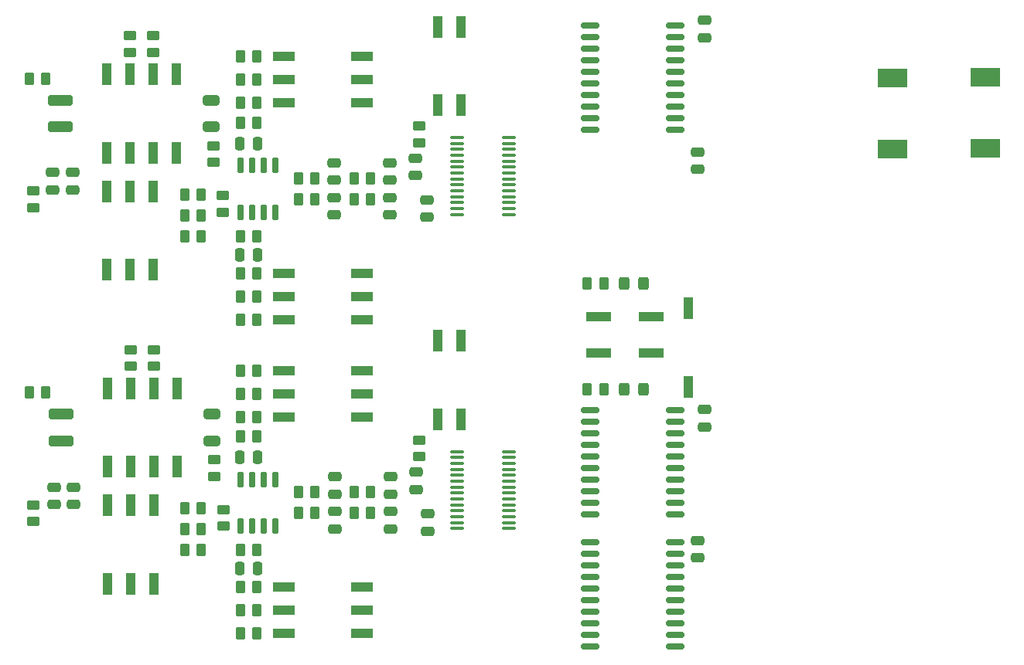
<source format=gbr>
%TF.GenerationSoftware,KiCad,Pcbnew,8.0.2*%
%TF.CreationDate,2025-02-05T07:33:41+00:00*%
%TF.ProjectId,misrc,6d697372-632e-46b6-9963-61645f706362,0.3*%
%TF.SameCoordinates,Original*%
%TF.FileFunction,Paste,Top*%
%TF.FilePolarity,Positive*%
%FSLAX46Y46*%
G04 Gerber Fmt 4.6, Leading zero omitted, Abs format (unit mm)*
G04 Created by KiCad (PCBNEW 8.0.2) date 2025-02-05 07:33:41*
%MOMM*%
%LPD*%
G01*
G04 APERTURE LIST*
G04 Aperture macros list*
%AMRoundRect*
0 Rectangle with rounded corners*
0 $1 Rounding radius*
0 $2 $3 $4 $5 $6 $7 $8 $9 X,Y pos of 4 corners*
0 Add a 4 corners polygon primitive as box body*
4,1,4,$2,$3,$4,$5,$6,$7,$8,$9,$2,$3,0*
0 Add four circle primitives for the rounded corners*
1,1,$1+$1,$2,$3*
1,1,$1+$1,$4,$5*
1,1,$1+$1,$6,$7*
1,1,$1+$1,$8,$9*
0 Add four rect primitives between the rounded corners*
20,1,$1+$1,$2,$3,$4,$5,0*
20,1,$1+$1,$4,$5,$6,$7,0*
20,1,$1+$1,$6,$7,$8,$9,0*
20,1,$1+$1,$8,$9,$2,$3,0*%
G04 Aperture macros list end*
%ADD10R,2.440000X1.120000*%
%ADD11RoundRect,0.250000X-0.475000X0.250000X-0.475000X-0.250000X0.475000X-0.250000X0.475000X0.250000X0*%
%ADD12RoundRect,0.250000X-0.262500X-0.450000X0.262500X-0.450000X0.262500X0.450000X-0.262500X0.450000X0*%
%ADD13RoundRect,0.250000X-0.325000X-0.450000X0.325000X-0.450000X0.325000X0.450000X-0.325000X0.450000X0*%
%ADD14RoundRect,0.250000X1.100000X-0.325000X1.100000X0.325000X-1.100000X0.325000X-1.100000X-0.325000X0*%
%ADD15RoundRect,0.250000X-0.450000X0.262500X-0.450000X-0.262500X0.450000X-0.262500X0.450000X0.262500X0*%
%ADD16RoundRect,0.250000X0.450000X-0.262500X0.450000X0.262500X-0.450000X0.262500X-0.450000X-0.262500X0*%
%ADD17RoundRect,0.250000X0.262500X0.450000X-0.262500X0.450000X-0.262500X-0.450000X0.262500X-0.450000X0*%
%ADD18RoundRect,0.100000X-0.637500X-0.100000X0.637500X-0.100000X0.637500X0.100000X-0.637500X0.100000X0*%
%ADD19RoundRect,0.250000X-0.250000X-0.475000X0.250000X-0.475000X0.250000X0.475000X-0.250000X0.475000X0*%
%ADD20RoundRect,0.150000X-0.875000X-0.150000X0.875000X-0.150000X0.875000X0.150000X-0.875000X0.150000X0*%
%ADD21R,3.200000X2.000000*%
%ADD22R,1.120000X2.440000*%
%ADD23RoundRect,0.250000X0.475000X-0.250000X0.475000X0.250000X-0.475000X0.250000X-0.475000X-0.250000X0*%
%ADD24R,2.750000X1.000000*%
%ADD25RoundRect,0.250000X-0.650000X0.325000X-0.650000X-0.325000X0.650000X-0.325000X0.650000X0.325000X0*%
%ADD26RoundRect,0.150000X0.150000X-0.725000X0.150000X0.725000X-0.150000X0.725000X-0.150000X-0.725000X0*%
G04 APERTURE END LIST*
D10*
%TO.C,SW204*%
X105664000Y-93599000D03*
X105664000Y-96139000D03*
X105664000Y-98679000D03*
X114274000Y-98679000D03*
X114274000Y-96139000D03*
X114274000Y-93599000D03*
%TD*%
D11*
%TO.C,C119*%
X117348000Y-119700000D03*
X117348000Y-121600000D03*
%TD*%
D12*
%TO.C,R120*%
X107291500Y-119888000D03*
X109116500Y-119888000D03*
%TD*%
D11*
%TO.C,C108*%
X111252000Y-115890000D03*
X111252000Y-117790000D03*
%TD*%
D12*
%TO.C,R211*%
X100928500Y-69850000D03*
X102753500Y-69850000D03*
%TD*%
%TO.C,R213*%
X100928500Y-74930000D03*
X102753500Y-74930000D03*
%TD*%
%TO.C,R101*%
X77827500Y-106680000D03*
X79652500Y-106680000D03*
%TD*%
D10*
%TO.C,SW103*%
X105677000Y-104267000D03*
X105677000Y-106807000D03*
X105677000Y-109347000D03*
X114287000Y-109347000D03*
X114287000Y-106807000D03*
X114287000Y-104267000D03*
%TD*%
D13*
%TO.C,D2*%
X142984000Y-94742000D03*
X145034000Y-94742000D03*
%TD*%
D12*
%TO.C,R116*%
X100941500Y-128016000D03*
X102766500Y-128016000D03*
%TD*%
D14*
%TO.C,C101*%
X81280000Y-111965000D03*
X81280000Y-109015000D03*
%TD*%
D15*
%TO.C,R209*%
X98031000Y-79605500D03*
X98031000Y-81430500D03*
%TD*%
D16*
%TO.C,R203*%
X91427000Y-69365500D03*
X91427000Y-67540500D03*
%TD*%
D17*
%TO.C,R208*%
X96657500Y-84963000D03*
X94832500Y-84963000D03*
%TD*%
%TO.C,R206*%
X96657500Y-87249000D03*
X94832500Y-87249000D03*
%TD*%
D15*
%TO.C,R110*%
X99060000Y-119483500D03*
X99060000Y-121308500D03*
%TD*%
D18*
%TO.C,U102*%
X124645500Y-113123000D03*
X124645500Y-113773000D03*
X124645500Y-114423000D03*
X124645500Y-115073000D03*
X124645500Y-115723000D03*
X124645500Y-116373000D03*
X124645500Y-117023000D03*
X124645500Y-117673000D03*
X124645500Y-118323000D03*
X124645500Y-118973000D03*
X124645500Y-119623000D03*
X124645500Y-120273000D03*
X124645500Y-120923000D03*
X124645500Y-121573000D03*
X130370500Y-121573000D03*
X130370500Y-120923000D03*
X130370500Y-120273000D03*
X130370500Y-119623000D03*
X130370500Y-118973000D03*
X130370500Y-118323000D03*
X130370500Y-117673000D03*
X130370500Y-117023000D03*
X130370500Y-116373000D03*
X130370500Y-115723000D03*
X130370500Y-115073000D03*
X130370500Y-114423000D03*
X130370500Y-113773000D03*
X130370500Y-113123000D03*
%TD*%
D15*
%TO.C,R210*%
X99047000Y-85066500D03*
X99047000Y-86891500D03*
%TD*%
D19*
%TO.C,C106*%
X100904000Y-113792000D03*
X102804000Y-113792000D03*
%TD*%
D20*
%TO.C,U5*%
X139241000Y-66421000D03*
X139241000Y-67691000D03*
X139241000Y-68961000D03*
X139241000Y-70231000D03*
X139241000Y-71501000D03*
X139241000Y-72771000D03*
X139241000Y-74041000D03*
X139241000Y-75311000D03*
X139241000Y-76581000D03*
X139241000Y-77851000D03*
X148541000Y-77851000D03*
X148541000Y-76581000D03*
X148541000Y-75311000D03*
X148541000Y-74041000D03*
X148541000Y-72771000D03*
X148541000Y-71501000D03*
X148541000Y-70231000D03*
X148541000Y-68961000D03*
X148541000Y-67691000D03*
X148541000Y-66421000D03*
%TD*%
D11*
%TO.C,C225*%
X120129000Y-80965000D03*
X120129000Y-82865000D03*
%TD*%
D19*
%TO.C,C206*%
X100891000Y-79375000D03*
X102791000Y-79375000D03*
%TD*%
D12*
%TO.C,R215*%
X100928500Y-89535000D03*
X102753500Y-89535000D03*
%TD*%
D10*
%TO.C,SW203*%
X105677000Y-69850000D03*
X105677000Y-72390000D03*
X105677000Y-74930000D03*
X114287000Y-74930000D03*
X114287000Y-72390000D03*
X114287000Y-69850000D03*
%TD*%
D12*
%TO.C,R122*%
X113387500Y-119888000D03*
X115212500Y-119888000D03*
%TD*%
D21*
%TO.C,L1*%
X172339000Y-72173000D03*
X172339000Y-79973000D03*
%TD*%
D17*
%TO.C,R108*%
X96670500Y-119380000D03*
X94845500Y-119380000D03*
%TD*%
%TO.C,R2*%
X140739500Y-106299000D03*
X138914500Y-106299000D03*
%TD*%
%TO.C,R106*%
X96670500Y-121666000D03*
X94845500Y-121666000D03*
%TD*%
D11*
%TO.C,C208*%
X111239000Y-81473000D03*
X111239000Y-83373000D03*
%TD*%
D20*
%TO.C,U2*%
X139241000Y-123063000D03*
X139241000Y-124333000D03*
X139241000Y-125603000D03*
X139241000Y-126873000D03*
X139241000Y-128143000D03*
X139241000Y-129413000D03*
X139241000Y-130683000D03*
X139241000Y-131953000D03*
X139241000Y-133223000D03*
X139241000Y-134493000D03*
X148541000Y-134493000D03*
X148541000Y-133223000D03*
X148541000Y-131953000D03*
X148541000Y-130683000D03*
X148541000Y-129413000D03*
X148541000Y-128143000D03*
X148541000Y-126873000D03*
X148541000Y-125603000D03*
X148541000Y-124333000D03*
X148541000Y-123063000D03*
%TD*%
D12*
%TO.C,R216*%
X100928500Y-93599000D03*
X102753500Y-93599000D03*
%TD*%
D22*
%TO.C,SW201*%
X86347000Y-80378000D03*
X88887000Y-80378000D03*
X91427000Y-80378000D03*
X93967000Y-80378000D03*
X93967000Y-71768000D03*
X91427000Y-71768000D03*
X88887000Y-71768000D03*
X86347000Y-71768000D03*
%TD*%
D16*
%TO.C,R223*%
X120510000Y-79271500D03*
X120510000Y-77446500D03*
%TD*%
D13*
%TO.C,D1*%
X142984000Y-106299000D03*
X145034000Y-106299000D03*
%TD*%
D21*
%TO.C,L2*%
X182499000Y-72083000D03*
X182499000Y-79883000D03*
%TD*%
D16*
%TO.C,R102*%
X88900000Y-103782500D03*
X88900000Y-101957500D03*
%TD*%
D14*
%TO.C,C201*%
X81267000Y-77548000D03*
X81267000Y-74598000D03*
%TD*%
D12*
%TO.C,R115*%
X100941500Y-123952000D03*
X102766500Y-123952000D03*
%TD*%
%TO.C,R111*%
X100941500Y-104267000D03*
X102766500Y-104267000D03*
%TD*%
D22*
%TO.C,SW105*%
X125095000Y-100978000D03*
X122555000Y-100978000D03*
X122555000Y-109588000D03*
X125095000Y-109588000D03*
%TD*%
D23*
%TO.C,C224*%
X121399000Y-87437000D03*
X121399000Y-85537000D03*
%TD*%
D12*
%TO.C,R220*%
X107278500Y-85471000D03*
X109103500Y-85471000D03*
%TD*%
D11*
%TO.C,C109*%
X111252000Y-119700000D03*
X111252000Y-121600000D03*
%TD*%
%TO.C,C125*%
X120142000Y-115382000D03*
X120142000Y-117282000D03*
%TD*%
%TO.C,C209*%
X111239000Y-85283000D03*
X111239000Y-87183000D03*
%TD*%
D12*
%TO.C,R212*%
X100928500Y-72390000D03*
X102753500Y-72390000D03*
%TD*%
%TO.C,R113*%
X100941500Y-109347000D03*
X102766500Y-109347000D03*
%TD*%
D17*
%TO.C,R207*%
X96657500Y-89535000D03*
X94832500Y-89535000D03*
%TD*%
D12*
%TO.C,R222*%
X113374500Y-85471000D03*
X115199500Y-85471000D03*
%TD*%
D20*
%TO.C,U3*%
X139241000Y-108585000D03*
X139241000Y-109855000D03*
X139241000Y-111125000D03*
X139241000Y-112395000D03*
X139241000Y-113665000D03*
X139241000Y-114935000D03*
X139241000Y-116205000D03*
X139241000Y-117475000D03*
X139241000Y-118745000D03*
X139241000Y-120015000D03*
X148541000Y-120015000D03*
X148541000Y-118745000D03*
X148541000Y-117475000D03*
X148541000Y-116205000D03*
X148541000Y-114935000D03*
X148541000Y-113665000D03*
X148541000Y-112395000D03*
X148541000Y-111125000D03*
X148541000Y-109855000D03*
X148541000Y-108585000D03*
%TD*%
D23*
%TO.C,C128*%
X82677000Y-118933000D03*
X82677000Y-117033000D03*
%TD*%
D19*
%TO.C,C107*%
X100904000Y-125984000D03*
X102804000Y-125984000D03*
%TD*%
D17*
%TO.C,R107*%
X96670500Y-123952000D03*
X94845500Y-123952000D03*
%TD*%
D12*
%TO.C,R218*%
X100928500Y-98679000D03*
X102753500Y-98679000D03*
%TD*%
%TO.C,R119*%
X107291500Y-117602000D03*
X109116500Y-117602000D03*
%TD*%
%TO.C,R219*%
X107278500Y-83185000D03*
X109103500Y-83185000D03*
%TD*%
D22*
%TO.C,SW2*%
X149987000Y-106019000D03*
X149987000Y-97409000D03*
%TD*%
D24*
%TO.C,SW1*%
X145882000Y-102330000D03*
X140122000Y-102330000D03*
X145882000Y-98330000D03*
X140122000Y-98330000D03*
%TD*%
D11*
%TO.C,C2*%
X151003000Y-80269000D03*
X151003000Y-82169000D03*
%TD*%
D25*
%TO.C,C105*%
X97790000Y-109015000D03*
X97790000Y-111965000D03*
%TD*%
D23*
%TO.C,C228*%
X82550000Y-84450000D03*
X82550000Y-82550000D03*
%TD*%
D12*
%TO.C,R201*%
X77814500Y-72263000D03*
X79639500Y-72263000D03*
%TD*%
%TO.C,R217*%
X100928500Y-96139000D03*
X102753500Y-96139000D03*
%TD*%
D11*
%TO.C,C118*%
X117348000Y-115890000D03*
X117348000Y-117790000D03*
%TD*%
%TO.C,C4*%
X151003000Y-122875000D03*
X151003000Y-124775000D03*
%TD*%
D12*
%TO.C,R118*%
X100941500Y-133096000D03*
X102766500Y-133096000D03*
%TD*%
%TO.C,R221*%
X113374500Y-83185000D03*
X115199500Y-83185000D03*
%TD*%
D15*
%TO.C,R228*%
X78232000Y-84558500D03*
X78232000Y-86383500D03*
%TD*%
D22*
%TO.C,SW101*%
X86360000Y-114795000D03*
X88900000Y-114795000D03*
X91440000Y-114795000D03*
X93980000Y-114795000D03*
X93980000Y-106185000D03*
X91440000Y-106185000D03*
X88900000Y-106185000D03*
X86360000Y-106185000D03*
%TD*%
D15*
%TO.C,R109*%
X98044000Y-114022500D03*
X98044000Y-115847500D03*
%TD*%
D23*
%TO.C,C227*%
X80391000Y-84450000D03*
X80391000Y-82550000D03*
%TD*%
D22*
%TO.C,SW202*%
X91427000Y-84608000D03*
X88887000Y-84608000D03*
X86347000Y-84608000D03*
X86347000Y-93218000D03*
X88887000Y-93218000D03*
X91427000Y-93218000D03*
%TD*%
D12*
%TO.C,R112*%
X100941500Y-106807000D03*
X102766500Y-106807000D03*
%TD*%
D16*
%TO.C,R103*%
X91440000Y-103782500D03*
X91440000Y-101957500D03*
%TD*%
D26*
%TO.C,U201*%
X100965000Y-86903000D03*
X102235000Y-86903000D03*
X103505000Y-86903000D03*
X104775000Y-86903000D03*
X104775000Y-81753000D03*
X103505000Y-81753000D03*
X102235000Y-81753000D03*
X100965000Y-81753000D03*
%TD*%
D11*
%TO.C,C219*%
X117335000Y-85283000D03*
X117335000Y-87183000D03*
%TD*%
D18*
%TO.C,U202*%
X124632500Y-78706000D03*
X124632500Y-79356000D03*
X124632500Y-80006000D03*
X124632500Y-80656000D03*
X124632500Y-81306000D03*
X124632500Y-81956000D03*
X124632500Y-82606000D03*
X124632500Y-83256000D03*
X124632500Y-83906000D03*
X124632500Y-84556000D03*
X124632500Y-85206000D03*
X124632500Y-85856000D03*
X124632500Y-86506000D03*
X124632500Y-87156000D03*
X130357500Y-87156000D03*
X130357500Y-86506000D03*
X130357500Y-85856000D03*
X130357500Y-85206000D03*
X130357500Y-84556000D03*
X130357500Y-83906000D03*
X130357500Y-83256000D03*
X130357500Y-82606000D03*
X130357500Y-81956000D03*
X130357500Y-81306000D03*
X130357500Y-80656000D03*
X130357500Y-80006000D03*
X130357500Y-79356000D03*
X130357500Y-78706000D03*
%TD*%
D16*
%TO.C,R202*%
X88887000Y-69365500D03*
X88887000Y-67540500D03*
%TD*%
D12*
%TO.C,R121*%
X113387500Y-117602000D03*
X115212500Y-117602000D03*
%TD*%
%TO.C,R214*%
X100928500Y-77089000D03*
X102753500Y-77089000D03*
%TD*%
D22*
%TO.C,SW205*%
X125082000Y-66561000D03*
X122542000Y-66561000D03*
X122542000Y-75171000D03*
X125082000Y-75171000D03*
%TD*%
D11*
%TO.C,C3*%
X151765000Y-108524000D03*
X151765000Y-110424000D03*
%TD*%
D26*
%TO.C,U101*%
X100965000Y-121320000D03*
X102235000Y-121320000D03*
X103505000Y-121320000D03*
X104775000Y-121320000D03*
X104775000Y-116170000D03*
X103505000Y-116170000D03*
X102235000Y-116170000D03*
X100965000Y-116170000D03*
%TD*%
D22*
%TO.C,SW102*%
X91440000Y-119025000D03*
X88900000Y-119025000D03*
X86360000Y-119025000D03*
X86360000Y-127635000D03*
X88900000Y-127635000D03*
X91440000Y-127635000D03*
%TD*%
D17*
%TO.C,R3*%
X140739500Y-94742000D03*
X138914500Y-94742000D03*
%TD*%
D15*
%TO.C,R127*%
X78232000Y-118999000D03*
X78232000Y-120824000D03*
%TD*%
D12*
%TO.C,R117*%
X100941500Y-130556000D03*
X102766500Y-130556000D03*
%TD*%
D16*
%TO.C,R123*%
X120523000Y-113688500D03*
X120523000Y-111863500D03*
%TD*%
D23*
%TO.C,C124*%
X121412000Y-121854000D03*
X121412000Y-119954000D03*
%TD*%
%TO.C,C127*%
X80518000Y-118933000D03*
X80518000Y-117033000D03*
%TD*%
D10*
%TO.C,SW104*%
X105677000Y-128016000D03*
X105677000Y-130556000D03*
X105677000Y-133096000D03*
X114287000Y-133096000D03*
X114287000Y-130556000D03*
X114287000Y-128016000D03*
%TD*%
D11*
%TO.C,C1*%
X151765000Y-65852000D03*
X151765000Y-67752000D03*
%TD*%
D19*
%TO.C,C207*%
X100891000Y-91567000D03*
X102791000Y-91567000D03*
%TD*%
D25*
%TO.C,C205*%
X97777000Y-74598000D03*
X97777000Y-77548000D03*
%TD*%
D11*
%TO.C,C218*%
X117335000Y-81473000D03*
X117335000Y-83373000D03*
%TD*%
D12*
%TO.C,R114*%
X100941500Y-111506000D03*
X102766500Y-111506000D03*
%TD*%
M02*

</source>
